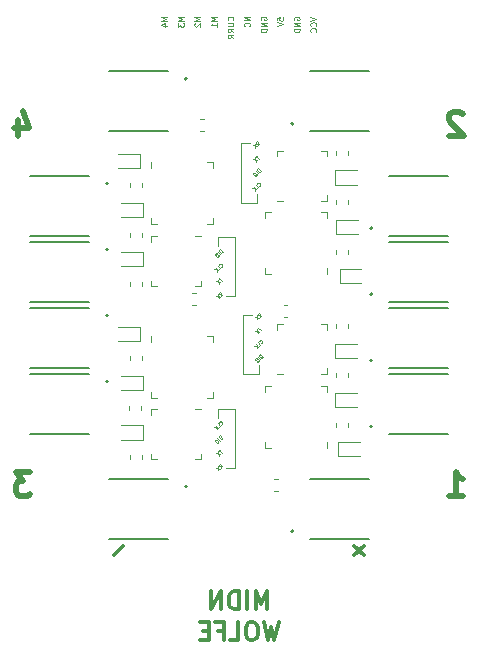
<source format=gbr>
%TF.GenerationSoftware,KiCad,Pcbnew,(5.1.6-0-10_14)*%
%TF.CreationDate,2021-04-11T14:49:43-04:00*%
%TF.ProjectId,F051_ESC-4in1-V2,46303531-5f45-4534-932d-34696e312d56,rev?*%
%TF.SameCoordinates,Original*%
%TF.FileFunction,Legend,Bot*%
%TF.FilePolarity,Positive*%
%FSLAX46Y46*%
G04 Gerber Fmt 4.6, Leading zero omitted, Abs format (unit mm)*
G04 Created by KiCad (PCBNEW (5.1.6-0-10_14)) date 2021-04-11 14:49:43*
%MOMM*%
%LPD*%
G01*
G04 APERTURE LIST*
%ADD10C,0.125000*%
%ADD11C,0.075000*%
%ADD12C,0.500000*%
%ADD13C,0.375000*%
%ADD14C,0.120000*%
%ADD15C,0.127000*%
%ADD16C,0.200000*%
G04 APERTURE END LIST*
D10*
X140926190Y-64107142D02*
X140426190Y-64107142D01*
X140926190Y-64392857D01*
X140426190Y-64392857D01*
X140878571Y-64916666D02*
X140902380Y-64892857D01*
X140926190Y-64821428D01*
X140926190Y-64773809D01*
X140902380Y-64702380D01*
X140854761Y-64654761D01*
X140807142Y-64630952D01*
X140711904Y-64607142D01*
X140640476Y-64607142D01*
X140545238Y-64630952D01*
X140497619Y-64654761D01*
X140450000Y-64702380D01*
X140426190Y-64773809D01*
X140426190Y-64821428D01*
X140450000Y-64892857D01*
X140473809Y-64916666D01*
D11*
X141712030Y-78419492D02*
X141732233Y-78419492D01*
X141772639Y-78399289D01*
X141792842Y-78379086D01*
X141813045Y-78338680D01*
X141813045Y-78298274D01*
X141802944Y-78267969D01*
X141772639Y-78217461D01*
X141742335Y-78187157D01*
X141691827Y-78156852D01*
X141661522Y-78146751D01*
X141621116Y-78146751D01*
X141580710Y-78166954D01*
X141560507Y-78187157D01*
X141540304Y-78227563D01*
X141540304Y-78247766D01*
X141540304Y-78631624D02*
X141641319Y-78530609D01*
X141429187Y-78318477D01*
X141469593Y-78702335D02*
X141257461Y-78490203D01*
X141348375Y-78823553D02*
X141318071Y-78611421D01*
X141136243Y-78611421D02*
X141378680Y-78611421D01*
X141505456Y-75842208D02*
X141384238Y-75963426D01*
X141656979Y-76114949D02*
X141444847Y-75902817D01*
X141333730Y-76013933D02*
X141404441Y-76367487D01*
X141192309Y-76155355D02*
X141545862Y-76226066D01*
X141823147Y-77148781D02*
X141611015Y-76936649D01*
X141560507Y-76987157D01*
X141540304Y-77027563D01*
X141540304Y-77067969D01*
X141550406Y-77098274D01*
X141580710Y-77148781D01*
X141611015Y-77179086D01*
X141661522Y-77209390D01*
X141691827Y-77219492D01*
X141732233Y-77219492D01*
X141772639Y-77199289D01*
X141823147Y-77148781D01*
X141611015Y-77360913D02*
X141398883Y-77148781D01*
X141257461Y-77290203D02*
X141217055Y-77330609D01*
X141206954Y-77360913D01*
X141206954Y-77401319D01*
X141237258Y-77451827D01*
X141307969Y-77522538D01*
X141358477Y-77552842D01*
X141398883Y-77552842D01*
X141429187Y-77542741D01*
X141469593Y-77502335D01*
X141479695Y-77472030D01*
X141479695Y-77431624D01*
X141449390Y-77381116D01*
X141378680Y-77310406D01*
X141328172Y-77280101D01*
X141287766Y-77280101D01*
X141257461Y-77290203D01*
X141591319Y-74980609D02*
X141561015Y-74808883D01*
X141712538Y-74859390D02*
X141500406Y-74647258D01*
X141419593Y-74728071D01*
X141409492Y-74758375D01*
X141409492Y-74778578D01*
X141419593Y-74808883D01*
X141449898Y-74839187D01*
X141480203Y-74849289D01*
X141500406Y-74849289D01*
X141530710Y-74839187D01*
X141611522Y-74758375D01*
X141308477Y-74839187D02*
X141379187Y-75192741D01*
X141167055Y-74980609D02*
X141520609Y-75051319D01*
X138375456Y-100752208D02*
X138254238Y-100873426D01*
X138526979Y-101024949D02*
X138314847Y-100812817D01*
X138203730Y-100923933D02*
X138274441Y-101277487D01*
X138062309Y-101065355D02*
X138415862Y-101136066D01*
X138482030Y-98629492D02*
X138502233Y-98629492D01*
X138542639Y-98609289D01*
X138562842Y-98589086D01*
X138583045Y-98548680D01*
X138583045Y-98508274D01*
X138572944Y-98477969D01*
X138542639Y-98427461D01*
X138512335Y-98397157D01*
X138461827Y-98366852D01*
X138431522Y-98356751D01*
X138391116Y-98356751D01*
X138350710Y-98376954D01*
X138330507Y-98397157D01*
X138310304Y-98437563D01*
X138310304Y-98457766D01*
X138310304Y-98841624D02*
X138411319Y-98740609D01*
X138199187Y-98528477D01*
X138239593Y-98912335D02*
X138027461Y-98700203D01*
X138118375Y-99033553D02*
X138088071Y-98821421D01*
X137906243Y-98821421D02*
X138148680Y-98821421D01*
X138461319Y-102290609D02*
X138431015Y-102118883D01*
X138582538Y-102169390D02*
X138370406Y-101957258D01*
X138289593Y-102038071D01*
X138279492Y-102068375D01*
X138279492Y-102088578D01*
X138289593Y-102118883D01*
X138319898Y-102149187D01*
X138350203Y-102159289D01*
X138370406Y-102159289D01*
X138400710Y-102149187D01*
X138481522Y-102068375D01*
X138178477Y-102149187D02*
X138249187Y-102502741D01*
X138037055Y-102290609D02*
X138390609Y-102361319D01*
X138593147Y-99758781D02*
X138381015Y-99546649D01*
X138330507Y-99597157D01*
X138310304Y-99637563D01*
X138310304Y-99677969D01*
X138320406Y-99708274D01*
X138350710Y-99758781D01*
X138381015Y-99789086D01*
X138431522Y-99819390D01*
X138461827Y-99829492D01*
X138502233Y-99829492D01*
X138542639Y-99809289D01*
X138593147Y-99758781D01*
X138381015Y-99970913D02*
X138168883Y-99758781D01*
X138027461Y-99900203D02*
X137987055Y-99940609D01*
X137976954Y-99970913D01*
X137976954Y-100011319D01*
X138007258Y-100061827D01*
X138077969Y-100132538D01*
X138128477Y-100162842D01*
X138168883Y-100162842D01*
X138199187Y-100152741D01*
X138239593Y-100112335D01*
X138249695Y-100082030D01*
X138249695Y-100041624D01*
X138219390Y-99991116D01*
X138148680Y-99920406D01*
X138098172Y-99890101D01*
X138057766Y-99890101D01*
X138027461Y-99900203D01*
X141675456Y-90372208D02*
X141554238Y-90493426D01*
X141826979Y-90644949D02*
X141614847Y-90432817D01*
X141503730Y-90543933D02*
X141574441Y-90897487D01*
X141362309Y-90685355D02*
X141715862Y-90756066D01*
X141882030Y-91749492D02*
X141902233Y-91749492D01*
X141942639Y-91729289D01*
X141962842Y-91709086D01*
X141983045Y-91668680D01*
X141983045Y-91628274D01*
X141972944Y-91597969D01*
X141942639Y-91547461D01*
X141912335Y-91517157D01*
X141861827Y-91486852D01*
X141831522Y-91476751D01*
X141791116Y-91476751D01*
X141750710Y-91496954D01*
X141730507Y-91517157D01*
X141710304Y-91557563D01*
X141710304Y-91577766D01*
X141710304Y-91961624D02*
X141811319Y-91860609D01*
X141599187Y-91648477D01*
X141639593Y-92032335D02*
X141427461Y-91820203D01*
X141518375Y-92153553D02*
X141488071Y-91941421D01*
X141306243Y-91941421D02*
X141548680Y-91941421D01*
X141761319Y-89510609D02*
X141731015Y-89338883D01*
X141882538Y-89389390D02*
X141670406Y-89177258D01*
X141589593Y-89258071D01*
X141579492Y-89288375D01*
X141579492Y-89308578D01*
X141589593Y-89338883D01*
X141619898Y-89369187D01*
X141650203Y-89379289D01*
X141670406Y-89379289D01*
X141700710Y-89369187D01*
X141781522Y-89288375D01*
X141478477Y-89369187D02*
X141549187Y-89722741D01*
X141337055Y-89510609D02*
X141690609Y-89581319D01*
X141993147Y-92878781D02*
X141781015Y-92666649D01*
X141730507Y-92717157D01*
X141710304Y-92757563D01*
X141710304Y-92797969D01*
X141720406Y-92828274D01*
X141750710Y-92878781D01*
X141781015Y-92909086D01*
X141831522Y-92939390D01*
X141861827Y-92949492D01*
X141902233Y-92949492D01*
X141942639Y-92929289D01*
X141993147Y-92878781D01*
X141781015Y-93090913D02*
X141568883Y-92878781D01*
X141427461Y-93020203D02*
X141387055Y-93060609D01*
X141376954Y-93090913D01*
X141376954Y-93131319D01*
X141407258Y-93181827D01*
X141477969Y-93252538D01*
X141528477Y-93282842D01*
X141568883Y-93282842D01*
X141599187Y-93272741D01*
X141639593Y-93232335D01*
X141649695Y-93202030D01*
X141649695Y-93161624D01*
X141619390Y-93111116D01*
X141548680Y-93040406D01*
X141498172Y-93010101D01*
X141457766Y-93010101D01*
X141427461Y-93020203D01*
X138603147Y-83998781D02*
X138391015Y-83786649D01*
X138340507Y-83837157D01*
X138320304Y-83877563D01*
X138320304Y-83917969D01*
X138330406Y-83948274D01*
X138360710Y-83998781D01*
X138391015Y-84029086D01*
X138441522Y-84059390D01*
X138471827Y-84069492D01*
X138512233Y-84069492D01*
X138552639Y-84049289D01*
X138603147Y-83998781D01*
X138391015Y-84210913D02*
X138178883Y-83998781D01*
X138037461Y-84140203D02*
X137997055Y-84180609D01*
X137986954Y-84210913D01*
X137986954Y-84251319D01*
X138017258Y-84301827D01*
X138087969Y-84372538D01*
X138138477Y-84402842D01*
X138178883Y-84402842D01*
X138209187Y-84392741D01*
X138249593Y-84352335D01*
X138259695Y-84322030D01*
X138259695Y-84281624D01*
X138229390Y-84231116D01*
X138158680Y-84160406D01*
X138108172Y-84130101D01*
X138067766Y-84130101D01*
X138037461Y-84140203D01*
X138492030Y-85269492D02*
X138512233Y-85269492D01*
X138552639Y-85249289D01*
X138572842Y-85229086D01*
X138593045Y-85188680D01*
X138593045Y-85148274D01*
X138582944Y-85117969D01*
X138552639Y-85067461D01*
X138522335Y-85037157D01*
X138471827Y-85006852D01*
X138441522Y-84996751D01*
X138401116Y-84996751D01*
X138360710Y-85016954D01*
X138340507Y-85037157D01*
X138320304Y-85077563D01*
X138320304Y-85097766D01*
X138320304Y-85481624D02*
X138421319Y-85380609D01*
X138209187Y-85168477D01*
X138249593Y-85552335D02*
X138037461Y-85340203D01*
X138128375Y-85673553D02*
X138098071Y-85461421D01*
X137916243Y-85461421D02*
X138158680Y-85461421D01*
X138385456Y-86192208D02*
X138264238Y-86313426D01*
X138536979Y-86464949D02*
X138324847Y-86252817D01*
X138213730Y-86363933D02*
X138284441Y-86717487D01*
X138072309Y-86505355D02*
X138425862Y-86576066D01*
D12*
X158921428Y-72345238D02*
X158826190Y-72250000D01*
X158635714Y-72154761D01*
X158159523Y-72154761D01*
X157969047Y-72250000D01*
X157873809Y-72345238D01*
X157778571Y-72535714D01*
X157778571Y-72726190D01*
X157873809Y-73011904D01*
X159016666Y-74154761D01*
X157778571Y-74154761D01*
D11*
X138471319Y-87730609D02*
X138441015Y-87558883D01*
X138592538Y-87609390D02*
X138380406Y-87397258D01*
X138299593Y-87478071D01*
X138289492Y-87508375D01*
X138289492Y-87528578D01*
X138299593Y-87558883D01*
X138329898Y-87589187D01*
X138360203Y-87599289D01*
X138380406Y-87599289D01*
X138410710Y-87589187D01*
X138491522Y-87508375D01*
X138188477Y-87589187D02*
X138259187Y-87942741D01*
X138047055Y-87730609D02*
X138400609Y-87801319D01*
D12*
X121259047Y-72821428D02*
X121259047Y-74154761D01*
X121735238Y-72059523D02*
X122211428Y-73488095D01*
X120973333Y-73488095D01*
X122316666Y-102654761D02*
X121078571Y-102654761D01*
X121745238Y-103416666D01*
X121459523Y-103416666D01*
X121269047Y-103511904D01*
X121173809Y-103607142D01*
X121078571Y-103797619D01*
X121078571Y-104273809D01*
X121173809Y-104464285D01*
X121269047Y-104559523D01*
X121459523Y-104654761D01*
X122030952Y-104654761D01*
X122221428Y-104559523D01*
X122316666Y-104464285D01*
X157778571Y-104654761D02*
X158921428Y-104654761D01*
X158350000Y-104654761D02*
X158350000Y-102654761D01*
X158540476Y-102940476D01*
X158730952Y-103130952D01*
X158921428Y-103226190D01*
D10*
X141850000Y-64369047D02*
X141826190Y-64321428D01*
X141826190Y-64250000D01*
X141850000Y-64178571D01*
X141897619Y-64130952D01*
X141945238Y-64107142D01*
X142040476Y-64083333D01*
X142111904Y-64083333D01*
X142207142Y-64107142D01*
X142254761Y-64130952D01*
X142302380Y-64178571D01*
X142326190Y-64250000D01*
X142326190Y-64297619D01*
X142302380Y-64369047D01*
X142278571Y-64392857D01*
X142111904Y-64392857D01*
X142111904Y-64297619D01*
X142326190Y-64607142D02*
X141826190Y-64607142D01*
X142326190Y-64892857D01*
X141826190Y-64892857D01*
X142326190Y-65130952D02*
X141826190Y-65130952D01*
X141826190Y-65250000D01*
X141850000Y-65321428D01*
X141897619Y-65369047D01*
X141945238Y-65392857D01*
X142040476Y-65416666D01*
X142111904Y-65416666D01*
X142207142Y-65392857D01*
X142254761Y-65369047D01*
X142302380Y-65321428D01*
X142326190Y-65250000D01*
X142326190Y-65130952D01*
X143226190Y-64404761D02*
X143226190Y-64166666D01*
X143464285Y-64142857D01*
X143440476Y-64166666D01*
X143416666Y-64214285D01*
X143416666Y-64333333D01*
X143440476Y-64380952D01*
X143464285Y-64404761D01*
X143511904Y-64428571D01*
X143630952Y-64428571D01*
X143678571Y-64404761D01*
X143702380Y-64380952D01*
X143726190Y-64333333D01*
X143726190Y-64214285D01*
X143702380Y-64166666D01*
X143678571Y-64142857D01*
X143226190Y-64571428D02*
X143726190Y-64738095D01*
X143226190Y-64904761D01*
X133926190Y-64095238D02*
X133426190Y-64095238D01*
X133783333Y-64261904D01*
X133426190Y-64428571D01*
X133926190Y-64428571D01*
X133592857Y-64880952D02*
X133926190Y-64880952D01*
X133402380Y-64761904D02*
X133759523Y-64642857D01*
X133759523Y-64952380D01*
X135326190Y-64095238D02*
X134826190Y-64095238D01*
X135183333Y-64261904D01*
X134826190Y-64428571D01*
X135326190Y-64428571D01*
X134826190Y-64619047D02*
X134826190Y-64928571D01*
X135016666Y-64761904D01*
X135016666Y-64833333D01*
X135040476Y-64880952D01*
X135064285Y-64904761D01*
X135111904Y-64928571D01*
X135230952Y-64928571D01*
X135278571Y-64904761D01*
X135302380Y-64880952D01*
X135326190Y-64833333D01*
X135326190Y-64690476D01*
X135302380Y-64642857D01*
X135278571Y-64619047D01*
X136726190Y-64095238D02*
X136226190Y-64095238D01*
X136583333Y-64261904D01*
X136226190Y-64428571D01*
X136726190Y-64428571D01*
X136273809Y-64642857D02*
X136250000Y-64666666D01*
X136226190Y-64714285D01*
X136226190Y-64833333D01*
X136250000Y-64880952D01*
X136273809Y-64904761D01*
X136321428Y-64928571D01*
X136369047Y-64928571D01*
X136440476Y-64904761D01*
X136726190Y-64619047D01*
X136726190Y-64928571D01*
D13*
X142392857Y-114246071D02*
X142392857Y-112746071D01*
X141892857Y-113817500D01*
X141392857Y-112746071D01*
X141392857Y-114246071D01*
X140678571Y-114246071D02*
X140678571Y-112746071D01*
X139964285Y-114246071D02*
X139964285Y-112746071D01*
X139607142Y-112746071D01*
X139392857Y-112817500D01*
X139250000Y-112960357D01*
X139178571Y-113103214D01*
X139107142Y-113388928D01*
X139107142Y-113603214D01*
X139178571Y-113888928D01*
X139250000Y-114031785D01*
X139392857Y-114174642D01*
X139607142Y-114246071D01*
X139964285Y-114246071D01*
X138464285Y-114246071D02*
X138464285Y-112746071D01*
X137607142Y-114246071D01*
X137607142Y-112746071D01*
X143357142Y-115371071D02*
X143000000Y-116871071D01*
X142714285Y-115799642D01*
X142428571Y-116871071D01*
X142071428Y-115371071D01*
X141214285Y-115371071D02*
X140928571Y-115371071D01*
X140785714Y-115442500D01*
X140642857Y-115585357D01*
X140571428Y-115871071D01*
X140571428Y-116371071D01*
X140642857Y-116656785D01*
X140785714Y-116799642D01*
X140928571Y-116871071D01*
X141214285Y-116871071D01*
X141357142Y-116799642D01*
X141500000Y-116656785D01*
X141571428Y-116371071D01*
X141571428Y-115871071D01*
X141500000Y-115585357D01*
X141357142Y-115442500D01*
X141214285Y-115371071D01*
X139214285Y-116871071D02*
X139928571Y-116871071D01*
X139928571Y-115371071D01*
X138214285Y-116085357D02*
X138714285Y-116085357D01*
X138714285Y-116871071D02*
X138714285Y-115371071D01*
X138000000Y-115371071D01*
X137428571Y-116085357D02*
X136928571Y-116085357D01*
X136714285Y-116871071D02*
X137428571Y-116871071D01*
X137428571Y-115371071D01*
X136714285Y-115371071D01*
X149771700Y-109679822D02*
X150579822Y-108871700D01*
X150579822Y-109679822D02*
X149771700Y-108871700D01*
X129371700Y-109679822D02*
X130179822Y-108871700D01*
D10*
X138126190Y-64095238D02*
X137626190Y-64095238D01*
X137983333Y-64261904D01*
X137626190Y-64428571D01*
X138126190Y-64428571D01*
X138126190Y-64928571D02*
X138126190Y-64642857D01*
X138126190Y-64785714D02*
X137626190Y-64785714D01*
X137697619Y-64738095D01*
X137745238Y-64690476D01*
X137769047Y-64642857D01*
X139478571Y-64392857D02*
X139502380Y-64369047D01*
X139526190Y-64297619D01*
X139526190Y-64250000D01*
X139502380Y-64178571D01*
X139454761Y-64130952D01*
X139407142Y-64107142D01*
X139311904Y-64083333D01*
X139240476Y-64083333D01*
X139145238Y-64107142D01*
X139097619Y-64130952D01*
X139050000Y-64178571D01*
X139026190Y-64250000D01*
X139026190Y-64297619D01*
X139050000Y-64369047D01*
X139073809Y-64392857D01*
X139026190Y-64607142D02*
X139430952Y-64607142D01*
X139478571Y-64630952D01*
X139502380Y-64654761D01*
X139526190Y-64702380D01*
X139526190Y-64797619D01*
X139502380Y-64845238D01*
X139478571Y-64869047D01*
X139430952Y-64892857D01*
X139026190Y-64892857D01*
X139526190Y-65416666D02*
X139288095Y-65250000D01*
X139526190Y-65130952D02*
X139026190Y-65130952D01*
X139026190Y-65321428D01*
X139050000Y-65369047D01*
X139073809Y-65392857D01*
X139121428Y-65416666D01*
X139192857Y-65416666D01*
X139240476Y-65392857D01*
X139264285Y-65369047D01*
X139288095Y-65321428D01*
X139288095Y-65130952D01*
X139526190Y-65916666D02*
X139288095Y-65750000D01*
X139526190Y-65630952D02*
X139026190Y-65630952D01*
X139026190Y-65821428D01*
X139050000Y-65869047D01*
X139073809Y-65892857D01*
X139121428Y-65916666D01*
X139192857Y-65916666D01*
X139240476Y-65892857D01*
X139264285Y-65869047D01*
X139288095Y-65821428D01*
X139288095Y-65630952D01*
X144650000Y-64369047D02*
X144626190Y-64321428D01*
X144626190Y-64250000D01*
X144650000Y-64178571D01*
X144697619Y-64130952D01*
X144745238Y-64107142D01*
X144840476Y-64083333D01*
X144911904Y-64083333D01*
X145007142Y-64107142D01*
X145054761Y-64130952D01*
X145102380Y-64178571D01*
X145126190Y-64250000D01*
X145126190Y-64297619D01*
X145102380Y-64369047D01*
X145078571Y-64392857D01*
X144911904Y-64392857D01*
X144911904Y-64297619D01*
X145126190Y-64607142D02*
X144626190Y-64607142D01*
X145126190Y-64892857D01*
X144626190Y-64892857D01*
X145126190Y-65130952D02*
X144626190Y-65130952D01*
X144626190Y-65250000D01*
X144650000Y-65321428D01*
X144697619Y-65369047D01*
X144745238Y-65392857D01*
X144840476Y-65416666D01*
X144911904Y-65416666D01*
X145007142Y-65392857D01*
X145054761Y-65369047D01*
X145102380Y-65321428D01*
X145126190Y-65250000D01*
X145126190Y-65130952D01*
X146026190Y-64083333D02*
X146526190Y-64250000D01*
X146026190Y-64416666D01*
X146478571Y-64869047D02*
X146502380Y-64845238D01*
X146526190Y-64773809D01*
X146526190Y-64726190D01*
X146502380Y-64654761D01*
X146454761Y-64607142D01*
X146407142Y-64583333D01*
X146311904Y-64559523D01*
X146240476Y-64559523D01*
X146145238Y-64583333D01*
X146097619Y-64607142D01*
X146050000Y-64654761D01*
X146026190Y-64726190D01*
X146026190Y-64773809D01*
X146050000Y-64845238D01*
X146073809Y-64869047D01*
X146478571Y-65369047D02*
X146502380Y-65345238D01*
X146526190Y-65273809D01*
X146526190Y-65226190D01*
X146502380Y-65154761D01*
X146454761Y-65107142D01*
X146407142Y-65083333D01*
X146311904Y-65059523D01*
X146240476Y-65059523D01*
X146145238Y-65083333D01*
X146097619Y-65107142D01*
X146050000Y-65154761D01*
X146026190Y-65226190D01*
X146026190Y-65273809D01*
X146050000Y-65345238D01*
X146073809Y-65369047D01*
D14*
%TO.C,U12*%
X132550000Y-81135000D02*
X132550000Y-81610000D01*
X132550000Y-81610000D02*
X133025000Y-81610000D01*
X137770000Y-76865000D02*
X137770000Y-76390000D01*
X137770000Y-76390000D02*
X137295000Y-76390000D01*
X137770000Y-81135000D02*
X137770000Y-81610000D01*
X137770000Y-81610000D02*
X137295000Y-81610000D01*
X132550000Y-76865000D02*
X132550000Y-76390000D01*
%TO.C,U9*%
X132550000Y-95895000D02*
X132550000Y-96370000D01*
X132550000Y-96370000D02*
X133025000Y-96370000D01*
X137770000Y-91625000D02*
X137770000Y-91150000D01*
X137770000Y-91150000D02*
X137295000Y-91150000D01*
X137770000Y-95895000D02*
X137770000Y-96370000D01*
X137770000Y-96370000D02*
X137295000Y-96370000D01*
X132550000Y-91625000D02*
X132550000Y-91150000D01*
%TO.C,U6*%
X147450000Y-81105000D02*
X147450000Y-80630000D01*
X147450000Y-80630000D02*
X146975000Y-80630000D01*
X142230000Y-85375000D02*
X142230000Y-85850000D01*
X142230000Y-85850000D02*
X142705000Y-85850000D01*
X142230000Y-81105000D02*
X142230000Y-80630000D01*
X142230000Y-80630000D02*
X142705000Y-80630000D01*
X147450000Y-85375000D02*
X147450000Y-85850000D01*
%TO.C,U2*%
X147450000Y-95865000D02*
X147450000Y-95390000D01*
X147450000Y-95390000D02*
X146975000Y-95390000D01*
X142230000Y-100135000D02*
X142230000Y-100610000D01*
X142230000Y-100610000D02*
X142705000Y-100610000D01*
X142230000Y-95865000D02*
X142230000Y-95390000D01*
X142230000Y-95390000D02*
X142705000Y-95390000D01*
X147450000Y-100135000D02*
X147450000Y-100610000D01*
%TO.C,J7*%
X140160000Y-74820000D02*
X140910000Y-74820000D01*
X141560000Y-79820000D02*
X141560000Y-79070000D01*
X140160000Y-74820000D02*
X140160000Y-79820000D01*
X141560000Y-79820000D02*
X140160000Y-79820000D01*
%TO.C,J5*%
X139640000Y-87770000D02*
X138890000Y-87770000D01*
X138240000Y-82770000D02*
X138240000Y-83520000D01*
X139640000Y-87770000D02*
X139640000Y-82770000D01*
X138240000Y-82770000D02*
X139640000Y-82770000D01*
%TO.C,J4*%
X140330000Y-89350000D02*
X141080000Y-89350000D01*
X141730000Y-94350000D02*
X141730000Y-93600000D01*
X140330000Y-89350000D02*
X140330000Y-94350000D01*
X141730000Y-94350000D02*
X140330000Y-94350000D01*
%TO.C,J3*%
X139630000Y-102330000D02*
X138880000Y-102330000D01*
X138230000Y-97330000D02*
X138230000Y-98080000D01*
X139630000Y-102330000D02*
X139630000Y-97330000D01*
X138230000Y-97330000D02*
X139630000Y-97330000D01*
D15*
%TO.C,Q24*%
X127310000Y-88245000D02*
X122310000Y-88245000D01*
X127310000Y-83145000D02*
X122310000Y-83145000D01*
D16*
X128910000Y-83795000D02*
G75*
G03*
X128910000Y-83795000I-100000J0D01*
G01*
D15*
%TO.C,Q22*%
X127310000Y-82660000D02*
X122310000Y-82660000D01*
X127310000Y-77560000D02*
X122310000Y-77560000D01*
D16*
X128910000Y-78210000D02*
G75*
G03*
X128910000Y-78210000I-100000J0D01*
G01*
D15*
%TO.C,Q20*%
X134000000Y-73800000D02*
X129000000Y-73800000D01*
X134000000Y-68700000D02*
X129000000Y-68700000D01*
D16*
X135600000Y-69350000D02*
G75*
G03*
X135600000Y-69350000I-100000J0D01*
G01*
D15*
%TO.C,Q6*%
X152690000Y-88750000D02*
X157690000Y-88750000D01*
X152690000Y-93850000D02*
X157690000Y-93850000D01*
D16*
X151290000Y-93200000D02*
G75*
G03*
X151290000Y-93200000I-100000J0D01*
G01*
D15*
%TO.C,Q4*%
X152690000Y-94340000D02*
X157690000Y-94340000D01*
X152690000Y-99440000D02*
X157690000Y-99440000D01*
D16*
X151290000Y-98790000D02*
G75*
G03*
X151290000Y-98790000I-100000J0D01*
G01*
D15*
%TO.C,Q2*%
X146000000Y-103200000D02*
X151000000Y-103200000D01*
X146000000Y-108300000D02*
X151000000Y-108300000D01*
D16*
X144600000Y-107650000D02*
G75*
G03*
X144600000Y-107650000I-100000J0D01*
G01*
D15*
%TO.C,Q12*%
X146000000Y-68700000D02*
X151000000Y-68700000D01*
X146000000Y-73800000D02*
X151000000Y-73800000D01*
D16*
X144600000Y-73150000D02*
G75*
G03*
X144600000Y-73150000I-100000J0D01*
G01*
D15*
%TO.C,Q10*%
X152690000Y-77560000D02*
X157690000Y-77560000D01*
X152690000Y-82660000D02*
X157690000Y-82660000D01*
D16*
X151290000Y-82010000D02*
G75*
G03*
X151290000Y-82010000I-100000J0D01*
G01*
D15*
%TO.C,Q8*%
X152690000Y-83150000D02*
X157690000Y-83150000D01*
X152690000Y-88250000D02*
X157690000Y-88250000D01*
D16*
X151290000Y-87600000D02*
G75*
G03*
X151290000Y-87600000I-100000J0D01*
G01*
D15*
%TO.C,Q18*%
X134000000Y-108300000D02*
X129000000Y-108300000D01*
X134000000Y-103200000D02*
X129000000Y-103200000D01*
D16*
X135600000Y-103850000D02*
G75*
G03*
X135600000Y-103850000I-100000J0D01*
G01*
D15*
%TO.C,Q16*%
X127310000Y-99440000D02*
X122310000Y-99440000D01*
X127310000Y-94340000D02*
X122310000Y-94340000D01*
D16*
X128910000Y-94990000D02*
G75*
G03*
X128910000Y-94990000I-100000J0D01*
G01*
D15*
%TO.C,Q14*%
X127310000Y-93850000D02*
X122310000Y-93850000D01*
X127310000Y-88750000D02*
X122310000Y-88750000D01*
D16*
X128910000Y-89400000D02*
G75*
G03*
X128910000Y-89400000I-100000J0D01*
G01*
D14*
%TO.C,C44*%
X130760000Y-86547221D02*
X130760000Y-86872779D01*
X131780000Y-86547221D02*
X131780000Y-86872779D01*
%TO.C,C43*%
X130750000Y-82387221D02*
X130750000Y-82712779D01*
X131770000Y-82387221D02*
X131770000Y-82712779D01*
%TO.C,C42*%
X130750000Y-78197221D02*
X130750000Y-78522779D01*
X131770000Y-78197221D02*
X131770000Y-78522779D01*
%TO.C,C6*%
X149240000Y-90452779D02*
X149240000Y-90127221D01*
X148220000Y-90452779D02*
X148220000Y-90127221D01*
%TO.C,C3*%
X149250000Y-94612779D02*
X149250000Y-94287221D01*
X148230000Y-94612779D02*
X148230000Y-94287221D01*
%TO.C,C2*%
X149250000Y-98802779D02*
X149250000Y-98477221D01*
X148230000Y-98802779D02*
X148230000Y-98477221D01*
%TO.C,C29*%
X149250000Y-84142779D02*
X149250000Y-83817221D01*
X148230000Y-84142779D02*
X148230000Y-83817221D01*
%TO.C,C30*%
X149250000Y-79952779D02*
X149250000Y-79627221D01*
X148230000Y-79952779D02*
X148230000Y-79627221D01*
%TO.C,C31*%
X149240000Y-75792779D02*
X149240000Y-75467221D01*
X148220000Y-75792779D02*
X148220000Y-75467221D01*
%TO.C,C40*%
X130760000Y-101207221D02*
X130760000Y-101532779D01*
X131780000Y-101207221D02*
X131780000Y-101532779D01*
%TO.C,C39*%
X130640000Y-97047221D02*
X130640000Y-97372779D01*
X131660000Y-97047221D02*
X131660000Y-97372779D01*
%TO.C,C38*%
X130750000Y-92857221D02*
X130750000Y-93182779D01*
X131770000Y-92857221D02*
X131770000Y-93182779D01*
%TO.C,U11*%
X133025000Y-82680000D02*
X132550000Y-82680000D01*
X132550000Y-82680000D02*
X132550000Y-83155000D01*
X136295000Y-86900000D02*
X136770000Y-86900000D01*
X136770000Y-86900000D02*
X136770000Y-86425000D01*
X133025000Y-86900000D02*
X132550000Y-86900000D01*
X132550000Y-86900000D02*
X132550000Y-86425000D01*
X136295000Y-82680000D02*
X136770000Y-82680000D01*
%TO.C,FB4*%
X136707221Y-73797500D02*
X137032779Y-73797500D01*
X136707221Y-72777500D02*
X137032779Y-72777500D01*
%TO.C,D12*%
X131890000Y-84030000D02*
X131890000Y-85230000D01*
X130040000Y-84030000D02*
X131890000Y-84030000D01*
X130040000Y-85230000D02*
X131890000Y-85230000D01*
%TO.C,D11*%
X131890000Y-79840000D02*
X131890000Y-81040000D01*
X130040000Y-79840000D02*
X131890000Y-79840000D01*
X130040000Y-81040000D02*
X131890000Y-81040000D01*
%TO.C,D10*%
X131640000Y-75680000D02*
X131640000Y-76880000D01*
X129790000Y-75680000D02*
X131640000Y-75680000D01*
X129790000Y-76880000D02*
X131640000Y-76880000D01*
%TO.C,U1*%
X146975000Y-94320000D02*
X147450000Y-94320000D01*
X147450000Y-94320000D02*
X147450000Y-93845000D01*
X143705000Y-90100000D02*
X143230000Y-90100000D01*
X143230000Y-90100000D02*
X143230000Y-90575000D01*
X146975000Y-90100000D02*
X147450000Y-90100000D01*
X147450000Y-90100000D02*
X147450000Y-90575000D01*
X143705000Y-94320000D02*
X143230000Y-94320000D01*
%TO.C,FB1*%
X143292779Y-103202500D02*
X142967221Y-103202500D01*
X143292779Y-104222500D02*
X142967221Y-104222500D01*
%TO.C,D4*%
X148110000Y-92970000D02*
X148110000Y-91770000D01*
X149960000Y-92970000D02*
X148110000Y-92970000D01*
X149960000Y-91770000D02*
X148110000Y-91770000D01*
%TO.C,D3*%
X148110000Y-97160000D02*
X148110000Y-95960000D01*
X149960000Y-97160000D02*
X148110000Y-97160000D01*
X149960000Y-95960000D02*
X148110000Y-95960000D01*
%TO.C,D2*%
X148360000Y-101320000D02*
X148360000Y-100120000D01*
X150210000Y-101320000D02*
X148360000Y-101320000D01*
X150210000Y-100120000D02*
X148360000Y-100120000D01*
%TO.C,U8*%
X146975000Y-79660000D02*
X147450000Y-79660000D01*
X147450000Y-79660000D02*
X147450000Y-79185000D01*
X143705000Y-75440000D02*
X143230000Y-75440000D01*
X143230000Y-75440000D02*
X143230000Y-75915000D01*
X146975000Y-75440000D02*
X147450000Y-75440000D01*
X147450000Y-75440000D02*
X147450000Y-75915000D01*
X143705000Y-79660000D02*
X143230000Y-79660000D01*
%TO.C,FB2*%
X144092779Y-88460000D02*
X143767221Y-88460000D01*
X144092779Y-89480000D02*
X143767221Y-89480000D01*
%TO.C,D6*%
X148110000Y-78310000D02*
X148110000Y-77110000D01*
X149960000Y-78310000D02*
X148110000Y-78310000D01*
X149960000Y-77110000D02*
X148110000Y-77110000D01*
%TO.C,D5*%
X148220000Y-82500000D02*
X148220000Y-81300000D01*
X150070000Y-82500000D02*
X148220000Y-82500000D01*
X150070000Y-81300000D02*
X148220000Y-81300000D01*
%TO.C,D1*%
X148510000Y-86660000D02*
X148510000Y-85460000D01*
X150360000Y-86660000D02*
X148510000Y-86660000D01*
X150360000Y-85460000D02*
X148510000Y-85460000D01*
%TO.C,U10*%
X133025000Y-97340000D02*
X132550000Y-97340000D01*
X132550000Y-97340000D02*
X132550000Y-97815000D01*
X136295000Y-101560000D02*
X136770000Y-101560000D01*
X136770000Y-101560000D02*
X136770000Y-101085000D01*
X133025000Y-101560000D02*
X132550000Y-101560000D01*
X132550000Y-101560000D02*
X132550000Y-101085000D01*
X136295000Y-97340000D02*
X136770000Y-97340000D01*
%TO.C,FB3*%
X136007221Y-88540000D02*
X136332779Y-88540000D01*
X136007221Y-87520000D02*
X136332779Y-87520000D01*
%TO.C,D9*%
X131890000Y-98690000D02*
X131890000Y-99890000D01*
X130040000Y-98690000D02*
X131890000Y-98690000D01*
X130040000Y-99890000D02*
X131890000Y-99890000D01*
%TO.C,D8*%
X131890000Y-94500000D02*
X131890000Y-95700000D01*
X130040000Y-94500000D02*
X131890000Y-94500000D01*
X130040000Y-95700000D02*
X131890000Y-95700000D01*
%TO.C,D7*%
X131640000Y-90340000D02*
X131640000Y-91540000D01*
X129790000Y-90340000D02*
X131640000Y-90340000D01*
X129790000Y-91540000D02*
X131640000Y-91540000D01*
%TD*%
M02*

</source>
